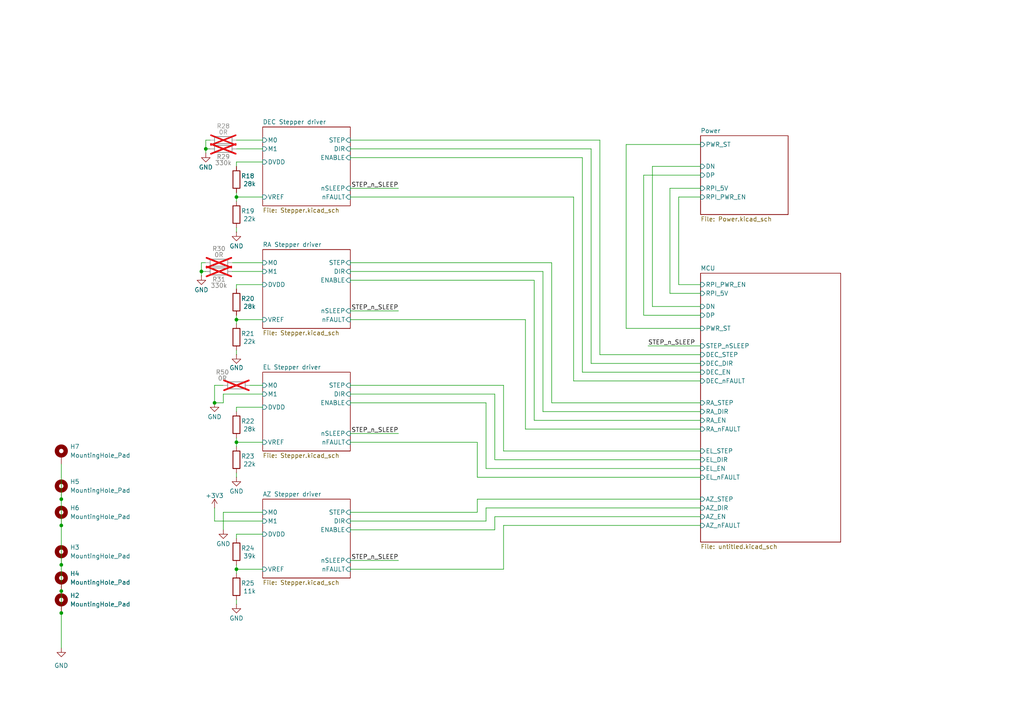
<source format=kicad_sch>
(kicad_sch (version 20250114) (generator "eeschema") (generator_version "9.0")
  (paper "A4")
  (lib_symbols
    (symbol "Device:R" (pin_numbers (hide yes)) (pin_names (offset 0))
      (property "Reference" "R" (at 2.032 0 90))
      (property "Value" "R" (at 0 0 90))
      (symbol "R_0_1"
        (rectangle (start -1.016 -2.54) (end 1.016 2.54) (stroke (width 0.254)))
      )
      (symbol "R_1_1"
        (pin passive line (at 0 3.81 270) (length 1.27) (name "~") (number "1"))
        (pin passive line (at 0 -3.81 90) (length 1.27) (name "~") (number "2"))
      )
    )
    (symbol "Mechanical:MountingHole_Pad" (pin_numbers (hide yes)) (pin_names (offset 1.016) (hide yes)) (exclude_from_sim yes) (in_bom no)
      (property "Reference" "H" (at 0 6.35 0))
      (property "Value" "MountingHole_Pad" (at 0 4.445 0))
      (symbol "MountingHole_Pad_0_1"
        (circle (center 0 1.27) (radius 1.27) (stroke (width 1.27)))
      )
      (symbol "MountingHole_Pad_1_1"
        (pin input line (at 0 -2.54 90) (length 2.54) (name "1") (number "1"))
      )
    )
    (symbol "power:+3V3" (power) (pin_numbers (hide yes)) (pin_names (offset 0) (hide yes))
      (property "Value" "+3V3" (at 0 3.556 0))
      (symbol "+3V3_0_1"
        (polyline (pts (xy -0.762 1.27) (xy 0 2.54)))
        (polyline (pts (xy 0 2.54) (xy 0.762 1.27)))
        (polyline (pts (xy 0 0) (xy 0 2.54)))
      )
      (symbol "+3V3_1_1"
        (pin power_in line (at 0 0 90) (length 0) (name "~") (number "1"))
      )
    )
    (symbol "power:GND" (power) (pin_numbers (hide yes)) (pin_names (offset 0) (hide yes))
      (property "Value" "GND" (at 0 -3.81 0))
      (symbol "GND_0_1"
        (polyline (pts (xy 0 0) (xy 0 -1.27) (xy 1.27 -1.27) (xy 0 -2.54) (xy -1.27 -1.27) (xy 0 -1.27)))
      )
      (symbol "GND_1_1"
        (pin power_in line (at 0 0 270) (length 0) (name "~") (number "1"))
      )
    )
  )
  (junction (at 68.58 165.1))
  (junction (at 17.78 152.4))
  (junction (at 68.58 128.27))
  (junction (at 17.78 171.45))
  (junction (at 62.23 116.84))
  (junction (at 68.58 92.71))
  (junction (at 17.78 177.8))
  (junction (at 58.42 78.74))
  (junction (at 59.69 43.18))
  (junction (at 17.78 144.78))
  (junction (at 68.58 57.15))
  (junction (at 17.78 163.83))
  (wire (pts (xy 101.6 116.84) (xy 140.97 116.84)))
  (wire (pts (xy 160.02 116.84) (xy 203.2 116.84)))
  (wire (pts (xy 64.77 114.3) (xy 76.2 114.3)))
  (wire (pts (xy 154.94 81.28) (xy 154.94 121.92)))
  (wire (pts (xy 68.58 163.83) (xy 68.58 165.1)))
  (wire (pts (xy 160.02 76.2) (xy 160.02 116.84)))
  (wire (pts (xy 58.42 76.2) (xy 59.69 76.2)))
  (wire (pts (xy 203.2 95.25) (xy 181.61 95.25)))
  (wire (pts (xy 68.58 128.27) (xy 76.2 128.27)))
  (wire (pts (xy 203.2 82.55) (xy 196.85 82.55)))
  (wire (pts (xy 67.31 76.2) (xy 76.2 76.2)))
  (wire (pts (xy 166.37 57.15) (xy 166.37 110.49)))
  (wire (pts (xy 68.58 57.15) (xy 76.2 57.15)))
  (wire (pts (xy 173.99 40.64) (xy 173.99 102.87)))
  (wire (pts (xy 72.39 111.76) (xy 76.2 111.76)))
  (wire (pts (xy 17.78 171.45) (xy 17.78 177.8)))
  (wire (pts (xy 189.23 48.26) (xy 203.2 48.26)))
  (wire (pts (xy 68.58 43.18) (xy 76.2 43.18)))
  (wire (pts (xy 146.05 111.76) (xy 146.05 130.81)))
  (wire (pts (xy 143.51 153.67) (xy 101.6 153.67)))
  (wire (pts (xy 101.6 125.73) (xy 115.57 125.73)))
  (wire (pts (xy 64.77 148.59) (xy 64.77 153.67)))
  (wire (pts (xy 68.58 46.99) (xy 76.2 46.99)))
  (wire (pts (xy 143.51 149.86) (xy 143.51 153.67)))
  (wire (pts (xy 68.58 154.94) (xy 68.58 156.21)))
  (wire (pts (xy 194.31 54.61) (xy 203.2 54.61)))
  (wire (pts (xy 62.23 151.13) (xy 62.23 147.32)))
  (wire (pts (xy 101.6 148.59) (xy 138.43 148.59)))
  (wire (pts (xy 140.97 135.89) (xy 203.2 135.89)))
  (wire (pts (xy 154.94 121.92) (xy 203.2 121.92)))
  (wire (pts (xy 196.85 57.15) (xy 203.2 57.15)))
  (wire (pts (xy 138.43 144.78) (xy 203.2 144.78)))
  (wire (pts (xy 59.69 40.64) (xy 60.96 40.64)))
  (wire (pts (xy 203.2 119.38) (xy 157.48 119.38)))
  (wire (pts (xy 173.99 102.87) (xy 203.2 102.87)))
  (wire (pts (xy 62.23 111.76) (xy 62.23 116.84)))
  (wire (pts (xy 64.77 111.76) (xy 62.23 111.76)))
  (wire (pts (xy 68.58 137.16) (xy 68.58 138.43)))
  (wire (pts (xy 68.58 40.64) (xy 76.2 40.64)))
  (wire (pts (xy 101.6 165.1) (xy 146.05 165.1)))
  (wire (pts (xy 101.6 76.2) (xy 160.02 76.2)))
  (wire (pts (xy 203.2 149.86) (xy 143.51 149.86)))
  (wire (pts (xy 59.69 40.64) (xy 59.69 43.18)))
  (wire (pts (xy 181.61 95.25) (xy 181.61 41.91)))
  (wire (pts (xy 101.6 111.76) (xy 146.05 111.76)))
  (wire (pts (xy 140.97 147.32) (xy 203.2 147.32)))
  (wire (pts (xy 101.6 43.18) (xy 171.45 43.18)))
  (wire (pts (xy 203.2 88.9) (xy 189.23 88.9)))
  (wire (pts (xy 17.78 144.78) (xy 17.78 152.4)))
  (wire (pts (xy 138.43 138.43) (xy 138.43 128.27)))
  (wire (pts (xy 186.69 91.44) (xy 203.2 91.44)))
  (wire (pts (xy 203.2 133.35) (xy 143.51 133.35)))
  (wire (pts (xy 181.61 41.91) (xy 203.2 41.91)))
  (wire (pts (xy 68.58 154.94) (xy 76.2 154.94)))
  (wire (pts (xy 58.42 76.2) (xy 58.42 78.74)))
  (wire (pts (xy 68.58 165.1) (xy 76.2 165.1)))
  (wire (pts (xy 68.58 55.88) (xy 68.58 57.15)))
  (wire (pts (xy 157.48 119.38) (xy 157.48 78.74)))
  (wire (pts (xy 68.58 118.11) (xy 76.2 118.11)))
  (wire (pts (xy 140.97 151.13) (xy 140.97 147.32)))
  (wire (pts (xy 17.78 163.83) (xy 17.78 171.45)))
  (wire (pts (xy 138.43 128.27) (xy 101.6 128.27)))
  (wire (pts (xy 203.2 107.95) (xy 168.91 107.95)))
  (wire (pts (xy 166.37 110.49) (xy 203.2 110.49)))
  (wire (pts (xy 68.58 118.11) (xy 68.58 119.38)))
  (wire (pts (xy 168.91 45.72) (xy 101.6 45.72)))
  (wire (pts (xy 171.45 105.41) (xy 203.2 105.41)))
  (wire (pts (xy 101.6 151.13) (xy 140.97 151.13)))
  (wire (pts (xy 168.91 107.95) (xy 168.91 45.72)))
  (wire (pts (xy 138.43 148.59) (xy 138.43 144.78)))
  (wire (pts (xy 101.6 57.15) (xy 166.37 57.15)))
  (wire (pts (xy 203.2 85.09) (xy 194.31 85.09)))
  (wire (pts (xy 64.77 148.59) (xy 76.2 148.59)))
  (wire (pts (xy 171.45 43.18) (xy 171.45 105.41)))
  (wire (pts (xy 101.6 54.61) (xy 115.57 54.61)))
  (wire (pts (xy 146.05 152.4) (xy 203.2 152.4)))
  (wire (pts (xy 152.4 124.46) (xy 152.4 92.71)))
  (wire (pts (xy 194.31 85.09) (xy 194.31 54.61)))
  (wire (pts (xy 152.4 92.71) (xy 101.6 92.71)))
  (wire (pts (xy 68.58 92.71) (xy 76.2 92.71)))
  (wire (pts (xy 68.58 82.55) (xy 76.2 82.55)))
  (wire (pts (xy 101.6 90.17) (xy 115.57 90.17)))
  (wire (pts (xy 58.42 78.74) (xy 59.69 78.74)))
  (wire (pts (xy 58.42 80.01) (xy 58.42 78.74)))
  (wire (pts (xy 143.51 114.3) (xy 101.6 114.3)))
  (wire (pts (xy 64.77 116.84) (xy 64.77 114.3)))
  (wire (pts (xy 68.58 57.15) (xy 68.58 58.42)))
  (wire (pts (xy 68.58 165.1) (xy 68.58 166.37)))
  (wire (pts (xy 68.58 92.71) (xy 68.58 93.98)))
  (wire (pts (xy 187.96 100.33) (xy 203.2 100.33)))
  (wire (pts (xy 59.69 43.18) (xy 60.96 43.18)))
  (wire (pts (xy 17.78 134.62) (xy 17.78 144.78)))
  (wire (pts (xy 67.31 78.74) (xy 76.2 78.74)))
  (wire (pts (xy 203.2 124.46) (xy 152.4 124.46)))
  (wire (pts (xy 146.05 130.81) (xy 203.2 130.81)))
  (wire (pts (xy 17.78 177.8) (xy 17.78 187.96)))
  (wire (pts (xy 203.2 50.8) (xy 186.69 50.8)))
  (wire (pts (xy 68.58 128.27) (xy 68.58 129.54)))
  (wire (pts (xy 189.23 88.9) (xy 189.23 48.26)))
  (wire (pts (xy 68.58 82.55) (xy 68.58 83.82)))
  (wire (pts (xy 17.78 152.4) (xy 17.78 163.83)))
  (wire (pts (xy 203.2 138.43) (xy 138.43 138.43)))
  (wire (pts (xy 101.6 162.56) (xy 115.57 162.56)))
  (wire (pts (xy 186.69 50.8) (xy 186.69 91.44)))
  (wire (pts (xy 68.58 66.04) (xy 68.58 67.31)))
  (wire (pts (xy 143.51 133.35) (xy 143.51 114.3)))
  (wire (pts (xy 68.58 46.99) (xy 68.58 48.26)))
  (wire (pts (xy 68.58 101.6) (xy 68.58 102.87)))
  (wire (pts (xy 62.23 116.84) (xy 64.77 116.84)))
  (wire (pts (xy 196.85 82.55) (xy 196.85 57.15)))
  (wire (pts (xy 59.69 44.45) (xy 59.69 43.18)))
  (wire (pts (xy 140.97 116.84) (xy 140.97 135.89)))
  (wire (pts (xy 157.48 78.74) (xy 101.6 78.74)))
  (wire (pts (xy 101.6 81.28) (xy 154.94 81.28)))
  (wire (pts (xy 68.58 173.99) (xy 68.58 175.26)))
  (wire (pts (xy 68.58 92.71) (xy 68.58 91.44)))
  (wire (pts (xy 146.05 165.1) (xy 146.05 152.4)))
  (wire (pts (xy 76.2 151.13) (xy 62.23 151.13)))
  (wire (pts (xy 68.58 127) (xy 68.58 128.27)))
  (wire (pts (xy 101.6 40.64) (xy 173.99 40.64)))
  (label "STEP_n_SLEEP" (at 115.57 162.56 180))
  (label "STEP_n_SLEEP" (at 115.57 54.61 180))
  (label "STEP_n_SLEEP" (at 115.57 90.17 180))
  (label "STEP_n_SLEEP" (at 115.57 125.73 180))
  (label "STEP_n_SLEEP" (at 187.96 100.33 0))
  (symbol (lib_id "Device:R") (at 64.77 43.18 90) (unit 1) (dnp yes)
    (property "Reference" "R29" (at 64.77 45.466 90))
    (property "Value" "330k" (at 64.77 47.244 90))
    (property "Footprint" "Resistor_SMD:R_0402_1005Metric" (effects (hide yes)))
    (property "Description" "Resistor" (effects (hide yes)))
  )
  (symbol (lib_id "Device:R") (at 68.58 52.07 180) (unit 1)
    (property "Reference" "R18" (at 71.882 51.054 0))
    (property "Value" "28k" (at 72.39 53.34 0))
    (property "Footprint" "Resistor_SMD:R_0402_1005Metric" (effects (hide yes)))
    (property "Description" "Resistor" (effects (hide yes)))
  )
  (symbol (lib_id "Device:R") (at 68.58 133.35 180) (unit 1)
    (property "Reference" "R23" (at 71.882 132.334 0))
    (property "Value" "22k" (at 72.39 134.62 0))
    (property "Footprint" "Resistor_SMD:R_0402_1005Metric" (effects (hide yes)))
    (property "Description" "Resistor" (effects (hide yes)))
  )
  (symbol (lib_id "power:GND") (at 68.58 138.43 0) (mirror y) (unit 1)
    (property "Reference" "#PWR045" (effects (hide yes)))
    (property "Value" "GND" (at 68.58 142.494 0))
    (property "Description" "Power symbol creates a global label with name \"GND\" , ground" (effects (hide yes)))
  )
  (symbol (lib_id "power:GND") (at 68.58 102.87 0) (mirror y) (unit 1)
    (property "Reference" "#PWR044" (effects (hide yes)))
    (property "Value" "GND" (at 68.58 106.68 0))
    (property "Description" "Power symbol creates a global label with name \"GND\" , ground" (effects (hide yes)))
  )
  (symbol (lib_id "Mechanical:MountingHole_Pad") (at 17.78 142.24 0) (unit 1) (exclude_from_sim yes) (in_bom no)
    (property "Reference" "H5" (at 20.32 139.6999 0) (effects (justify left)))
    (property "Value" "MountingHole_Pad" (at 20.32 142.2399 0) (effects (justify left)))
    (property "Footprint" "MountingHole:MountingHole_2.7mm_M2.5_DIN965_Pad" (effects (hide yes)))
    (property "Description" "Mounting Hole with connection" (effects (hide yes)))
  )
  (symbol (lib_id "Device:R") (at 68.58 123.19 180) (unit 1)
    (property "Reference" "R22" (at 71.882 122.174 0))
    (property "Value" "28k" (at 72.39 124.46 0))
    (property "Footprint" "Resistor_SMD:R_0402_1005Metric" (effects (hide yes)))
    (property "Description" "Resistor" (effects (hide yes)))
  )
  (symbol (lib_id "Device:R") (at 63.5 76.2 270) (unit 1) (dnp yes)
    (property "Reference" "R30" (at 63.5 72.136 90))
    (property "Value" "0R" (at 63.5 73.914 90))
    (property "Footprint" "Resistor_SMD:R_0402_1005Metric" (effects (hide yes)))
    (property "Description" "Resistor" (effects (hide yes)))
  )
  (symbol (lib_id "power:GND") (at 17.78 187.96 0) (unit 1)
    (property "Reference" "#PWR01" (effects (hide yes)))
    (property "Value" "GND" (at 17.78 193.04 0))
    (property "Description" "Power symbol creates a global label with name \"GND\" , ground" (effects (hide yes)))
  )
  (symbol (lib_id "power:GND") (at 59.69 44.45 0) (mirror y) (unit 1)
    (property "Reference" "#PWR050" (effects (hide yes)))
    (property "Value" "GND" (at 59.69 48.514 0))
    (property "Description" "Power symbol creates a global label with name \"GND\" , ground" (effects (hide yes)))
  )
  (symbol (lib_id "Device:R") (at 68.58 111.76 90) (unit 1) (dnp yes)
    (property "Reference" "R50" (at 64.516 107.95 90))
    (property "Value" "0R" (at 64.516 109.728 90))
    (property "Footprint" "Resistor_SMD:R_0402_1005Metric" (effects (hide yes)))
    (property "Description" "Resistor" (effects (hide yes)))
  )
  (symbol (lib_id "power:GND") (at 68.58 67.31 0) (mirror y) (unit 1)
    (property "Reference" "#PWR043" (effects (hide yes)))
    (property "Value" "GND" (at 68.58 71.374 0))
    (property "Description" "Power symbol creates a global label with name \"GND\" , ground" (effects (hide yes)))
  )
  (symbol (lib_id "power:+3V3") (at 62.23 147.32 0) (unit 1)
    (property "Reference" "#PWR049" (effects (hide yes)))
    (property "Value" "+3V3" (at 62.23 143.764 0))
    (property "Description" "Power symbol creates a global label with name \"+3V3\"" (effects (hide yes)))
  )
  (symbol (lib_id "Mechanical:MountingHole_Pad") (at 17.78 168.91 0) (unit 1) (exclude_from_sim yes) (in_bom no)
    (property "Reference" "H4" (at 20.32 166.3699 0) (effects (justify left)))
    (property "Value" "MountingHole_Pad" (at 20.32 168.9099 0) (effects (justify left)))
    (property "Footprint" "MountingHole:MountingHole_2.7mm_M2.5_DIN965_Pad" (effects (hide yes)))
    (property "Description" "Mounting Hole with connection" (effects (hide yes)))
  )
  (symbol (lib_id "Mechanical:MountingHole_Pad") (at 17.78 149.86 0) (unit 1) (exclude_from_sim yes) (in_bom no)
    (property "Reference" "H6" (at 20.32 147.3199 0) (effects (justify left)))
    (property "Value" "MountingHole_Pad" (at 20.32 149.8599 0) (effects (justify left)))
    (property "Footprint" "MountingHole:MountingHole_2.7mm_M2.5_DIN965_Pad" (effects (hide yes)))
    (property "Description" "Mounting Hole with connection" (effects (hide yes)))
  )
  (symbol (lib_id "Device:R") (at 64.77 40.64 270) (unit 1) (dnp yes)
    (property "Reference" "R28" (at 64.77 36.576 90))
    (property "Value" "0R" (at 64.77 38.354 90))
    (property "Footprint" "Resistor_SMD:R_0402_1005Metric" (effects (hide yes)))
    (property "Description" "Resistor" (effects (hide yes)))
  )
  (symbol (lib_id "Device:R") (at 63.5 78.74 90) (unit 1) (dnp yes)
    (property "Reference" "R31" (at 63.5 81.026 90))
    (property "Value" "330k" (at 63.5 82.804 90))
    (property "Footprint" "Resistor_SMD:R_0402_1005Metric" (effects (hide yes)))
    (property "Description" "Resistor" (effects (hide yes)))
  )
  (symbol (lib_id "Mechanical:MountingHole_Pad") (at 17.78 175.26 0) (unit 1) (exclude_from_sim yes) (in_bom no)
    (property "Reference" "H2" (at 20.32 172.7199 0) (effects (justify left)))
    (property "Value" "MountingHole_Pad" (at 20.32 175.2599 0) (effects (justify left)))
    (property "Footprint" "MountingHole:MountingHole_2.7mm_M2.5_DIN965_Pad" (effects (hide yes)))
    (property "Description" "Mounting Hole with connection" (effects (hide yes)))
  )
  (symbol (lib_id "Mechanical:MountingHole_Pad") (at 17.78 132.08 0) (unit 1) (exclude_from_sim yes) (in_bom no)
    (property "Reference" "H7" (at 20.32 129.5399 0) (effects (justify left)))
    (property "Value" "MountingHole_Pad" (at 20.32 132.0799 0) (effects (justify left)))
    (property "Footprint" "MountingHole:MountingHole_2.7mm_M2.5_DIN965_Pad" (effects (hide yes)))
    (property "Description" "Mounting Hole with connection" (effects (hide yes)))
  )
  (symbol (lib_id "Device:R") (at 68.58 97.79 180) (unit 1)
    (property "Reference" "R21" (at 71.882 96.774 0))
    (property "Value" "22k" (at 72.39 99.06 0))
    (property "Footprint" "Resistor_SMD:R_0402_1005Metric" (effects (hide yes)))
    (property "Description" "Resistor" (effects (hide yes)))
  )
  (symbol (lib_id "Device:R") (at 68.58 170.18 180) (unit 1)
    (property "Reference" "R25" (at 71.882 169.164 0))
    (property "Value" "11k" (at 72.39 171.45 0))
    (property "Footprint" "Resistor_SMD:R_0402_1005Metric" (effects (hide yes)))
    (property "Description" "Resistor" (effects (hide yes)))
  )
  (symbol (lib_id "power:GND") (at 64.77 153.67 0) (mirror y) (unit 1)
    (property "Reference" "#PWR048" (effects (hide yes)))
    (property "Value" "GND" (at 64.77 157.734 0))
    (property "Description" "Power symbol creates a global label with name \"GND\" , ground" (effects (hide yes)))
  )
  (symbol (lib_id "Mechanical:MountingHole_Pad") (at 17.78 161.29 0) (unit 1) (exclude_from_sim yes) (in_bom no)
    (property "Reference" "H3" (at 20.32 158.7499 0) (effects (justify left)))
    (property "Value" "MountingHole_Pad" (at 20.32 161.2899 0) (effects (justify left)))
    (property "Footprint" "MountingHole:MountingHole_2.7mm_M2.5_DIN965_Pad" (effects (hide yes)))
    (property "Description" "Mounting Hole with connection" (effects (hide yes)))
  )
  (symbol (lib_id "power:GND") (at 62.23 116.84 0) (mirror y) (unit 1)
    (property "Reference" "#PWR047" (effects (hide yes)))
    (property "Value" "GND" (at 62.23 120.904 0))
    (property "Description" "Power symbol creates a global label with name \"GND\" , ground" (effects (hide yes)))
  )
  (symbol (lib_id "Device:R") (at 68.58 87.63 180) (unit 1)
    (property "Reference" "R20" (at 71.882 86.614 0))
    (property "Value" "28k" (at 72.39 88.9 0))
    (property "Footprint" "Resistor_SMD:R_0402_1005Metric" (effects (hide yes)))
    (property "Description" "Resistor" (effects (hide yes)))
  )
  (symbol (lib_id "power:GND") (at 58.42 80.01 0) (mirror y) (unit 1)
    (property "Reference" "#PWR053" (effects (hide yes)))
    (property "Value" "GND" (at 58.42 84.074 0))
    (property "Description" "Power symbol creates a global label with name \"GND\" , ground" (effects (hide yes)))
  )
  (symbol (lib_id "Device:R") (at 68.58 62.23 180) (unit 1)
    (property "Reference" "R19" (at 71.882 61.214 0))
    (property "Value" "22k" (at 72.39 63.5 0))
    (property "Footprint" "Resistor_SMD:R_0402_1005Metric" (effects (hide yes)))
    (property "Description" "Resistor" (effects (hide yes)))
  )
  (symbol (lib_id "power:GND") (at 68.58 175.26 0) (mirror y) (unit 1)
    (property "Reference" "#PWR046" (effects (hide yes)))
    (property "Value" "GND" (at 68.58 179.324 0))
    (property "Description" "Power symbol creates a global label with name \"GND\" , ground" (effects (hide yes)))
  )
  (symbol (lib_id "Device:R") (at 68.58 160.02 180) (unit 1)
    (property "Reference" "R24" (at 71.882 159.004 0))
    (property "Value" "39k" (at 72.39 161.29 0))
    (property "Footprint" "Resistor_SMD:R_0402_1005Metric" (effects (hide yes)))
    (property "Description" "Resistor" (effects (hide yes)))
  )
  (sheet (at 76.2 144.78) (size 25.4 22.86) (stroke (width 0.1524))
    (property "Sheetname" "AZ Stepper driver" (at 76.2 144.0684 0) (effects (justify left bottom)))
    (property "Sheetfile" "Stepper.kicad_sch" (at 76.2 168.2246 0) (effects (justify left top)))
    (pin "M0" input (at 76.2 148.59 180))
    (pin "M1" input (at 76.2 151.13 180))
    (pin "STEP" input (at 101.6 148.59 0))
    (pin "DIR" input (at 101.6 151.13 0))
    (pin "DVDD" input (at 76.2 154.94 180))
    (pin "ENABLE" input (at 101.6 153.67 0))
    (pin "nFAULT" input (at 101.6 165.1 0))
    (pin "nSLEEP" input (at 101.6 162.56 0))
    (pin "VREF" input (at 76.2 165.1 180))
  )
  (sheet (at 203.2 79.248) (size 40.64 77.978) (stroke (width 0.1524))
    (property "Sheetname" "MCU" (at 203.2 78.5364 0) (effects (justify left bottom)))
    (property "Sheetfile" "untitled.kicad_sch" (at 203.2 157.8106 0) (effects (justify left top)))
    (pin "DN" input (at 203.2 88.9 180))
    (pin "DP" input (at 203.2 91.44 180))
    (pin "RPI_5V" input (at 203.2 85.09 180))
    (pin "AZ_STEP" input (at 203.2 144.78 180))
    (pin "DEC_STEP" input (at 203.2 102.87 180))
    (pin "EL_STEP" input (at 203.2 130.81 180))
    (pin "RA_STEP" input (at 203.2 116.84 180))
    (pin "AZ_DIR" input (at 203.2 147.32 180))
    (pin "AZ_EN" input (at 203.2 149.86 180))
    (pin "AZ_nFAULT" input (at 203.2 152.4 180))
    (pin "DEC_DIR" input (at 203.2 105.41 180))
    (pin "DEC_EN" input (at 203.2 107.95 180))
    (pin "DEC_nFAULT" input (at 203.2 110.49 180))
    (pin "EL_DIR" input (at 203.2 133.35 180))
    (pin "EL_EN" input (at 203.2 135.89 180))
    (pin "EL_nFAULT" input (at 203.2 138.43 180))
    (pin "RA_DIR" input (at 203.2 119.38 180))
    (pin "RA_EN" input (at 203.2 121.92 180))
    (pin "RA_nFAULT" input (at 203.2 124.46 180))
    (pin "STEP_nSLEEP" input (at 203.2 100.33 180))
    (pin "RPI_PWR_EN" input (at 203.2 82.55 180))
    (pin "PWR_ST" input (at 203.2 95.25 180))
  )
  (sheet (at 203.2 39.37) (size 25.4 22.86) (stroke (width 0.1524))
    (property "Sheetname" "Power" (at 203.2 38.6584 0) (effects (justify left bottom)))
    (property "Sheetfile" "Power.kicad_sch" (at 203.2 62.8146 0) (effects (justify left top)))
    (pin "DN" input (at 203.2 48.26 180))
    (pin "RPI_5V" input (at 203.2 54.61 180))
    (pin "RPI_PWR_EN" input (at 203.2 57.15 180))
    (pin "DP" input (at 203.2 50.8 180))
    (pin "PWR_ST" input (at 203.2 41.91 180))
  )
  (sheet (at 76.2 36.83) (size 25.4 22.86) (stroke (width 0.1524))
    (property "Sheetname" "DEC Stepper driver" (at 76.2 36.1184 0) (effects (justify left bottom)))
    (property "Sheetfile" "Stepper.kicad_sch" (at 76.2 60.2746 0) (effects (justify left top)))
    (pin "STEP" input (at 101.6 40.64 0))
    (pin "DIR" input (at 101.6 43.18 0))
    (pin "DVDD" input (at 76.2 46.99 180))
    (pin "ENABLE" input (at 101.6 45.72 0))
    (pin "nFAULT" input (at 101.6 57.15 0))
    (pin "nSLEEP" input (at 101.6 54.61 0))
    (pin "VREF" input (at 76.2 57.15 180))
    (pin "M0" input (at 76.2 40.64 180))
    (pin "M1" input (at 76.2 43.18 180))
  )
  (sheet (at 76.2 72.39) (size 25.4 22.86) (stroke (width 0.1524))
    (property "Sheetname" "RA Stepper driver" (at 76.2 71.6784 0) (effects (justify left bottom)))
    (property "Sheetfile" "Stepper.kicad_sch" (at 76.2 95.8346 0) (effects (justify left top)))
    (pin "M0" input (at 76.2 76.2 180))
    (pin "M1" input (at 76.2 78.74 180))
    (pin "STEP" input (at 101.6 76.2 0))
    (pin "DIR" input (at 101.6 78.74 0))
    (pin "DVDD" input (at 76.2 82.55 180))
    (pin "ENABLE" input (at 101.6 81.28 0))
    (pin "nFAULT" input (at 101.6 92.71 0))
    (pin "nSLEEP" input (at 101.6 90.17 0))
    (pin "VREF" input (at 76.2 92.71 180))
  )
  (sheet (at 76.2 107.95) (size 25.4 22.86) (stroke (width 0.1524))
    (property "Sheetname" "EL Stepper driver" (at 76.2 107.2384 0) (effects (justify left bottom)))
    (property "Sheetfile" "Stepper.kicad_sch" (at 76.2 131.3946 0) (effects (justify left top)))
    (pin "M0" input (at 76.2 111.76 180))
    (pin "M1" input (at 76.2 114.3 180))
    (pin "STEP" input (at 101.6 111.76 0))
    (pin "DIR" input (at 101.6 114.3 0))
    (pin "DVDD" input (at 76.2 118.11 180))
    (pin "ENABLE" input (at 101.6 116.84 0))
    (pin "nFAULT" input (at 101.6 128.27 0))
    (pin "nSLEEP" input (at 101.6 125.73 0))
    (pin "VREF" input (at 76.2 128.27 180))
  )
)
</source>
